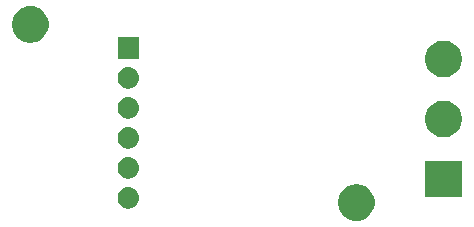
<source format=gbr>
G04 #@! TF.GenerationSoftware,KiCad,Pcbnew,(5.1.0)-1*
G04 #@! TF.CreationDate,2019-12-29T23:08:54+00:00*
G04 #@! TF.ProjectId,WebastoWBUSInterface,57656261-7374-46f5-9742-5553496e7465,rev?*
G04 #@! TF.SameCoordinates,Original*
G04 #@! TF.FileFunction,Soldermask,Bot*
G04 #@! TF.FilePolarity,Negative*
%FSLAX46Y46*%
G04 Gerber Fmt 4.6, Leading zero omitted, Abs format (unit mm)*
G04 Created by KiCad (PCBNEW (5.1.0)-1) date 2019-12-29 23:08:54*
%MOMM*%
%LPD*%
G04 APERTURE LIST*
%ADD10C,0.100000*%
G04 APERTURE END LIST*
D10*
G36*
X95102585Y-97978802D02*
G01*
X95252410Y-98008604D01*
X95534674Y-98125521D01*
X95788705Y-98295259D01*
X96004741Y-98511295D01*
X96174479Y-98765326D01*
X96291396Y-99047590D01*
X96351000Y-99347240D01*
X96351000Y-99652760D01*
X96291396Y-99952410D01*
X96174479Y-100234674D01*
X96004741Y-100488705D01*
X95788705Y-100704741D01*
X95534674Y-100874479D01*
X95252410Y-100991396D01*
X95102585Y-101021198D01*
X94952761Y-101051000D01*
X94647239Y-101051000D01*
X94497415Y-101021198D01*
X94347590Y-100991396D01*
X94065326Y-100874479D01*
X93811295Y-100704741D01*
X93595259Y-100488705D01*
X93425521Y-100234674D01*
X93308604Y-99952410D01*
X93249000Y-99652760D01*
X93249000Y-99347240D01*
X93308604Y-99047590D01*
X93425521Y-98765326D01*
X93595259Y-98511295D01*
X93811295Y-98295259D01*
X94065326Y-98125521D01*
X94347590Y-98008604D01*
X94497415Y-97978802D01*
X94647239Y-97949000D01*
X94952761Y-97949000D01*
X95102585Y-97978802D01*
X95102585Y-97978802D01*
G37*
G36*
X75610443Y-98205519D02*
G01*
X75676627Y-98212037D01*
X75846466Y-98263557D01*
X76002991Y-98347222D01*
X76038729Y-98376552D01*
X76140186Y-98459814D01*
X76223448Y-98561271D01*
X76252778Y-98597009D01*
X76336443Y-98753534D01*
X76387963Y-98923373D01*
X76405359Y-99100000D01*
X76387963Y-99276627D01*
X76336443Y-99446466D01*
X76252778Y-99602991D01*
X76223448Y-99638729D01*
X76140186Y-99740186D01*
X76038729Y-99823448D01*
X76002991Y-99852778D01*
X75846466Y-99936443D01*
X75676627Y-99987963D01*
X75610442Y-99994482D01*
X75544260Y-100001000D01*
X75455740Y-100001000D01*
X75389558Y-99994482D01*
X75323373Y-99987963D01*
X75153534Y-99936443D01*
X74997009Y-99852778D01*
X74961271Y-99823448D01*
X74859814Y-99740186D01*
X74776552Y-99638729D01*
X74747222Y-99602991D01*
X74663557Y-99446466D01*
X74612037Y-99276627D01*
X74594641Y-99100000D01*
X74612037Y-98923373D01*
X74663557Y-98753534D01*
X74747222Y-98597009D01*
X74776552Y-98561271D01*
X74859814Y-98459814D01*
X74961271Y-98376552D01*
X74997009Y-98347222D01*
X75153534Y-98263557D01*
X75323373Y-98212037D01*
X75389557Y-98205519D01*
X75455740Y-98199000D01*
X75544260Y-98199000D01*
X75610443Y-98205519D01*
X75610443Y-98205519D01*
G37*
G36*
X103751000Y-99051000D02*
G01*
X100649000Y-99051000D01*
X100649000Y-95949000D01*
X103751000Y-95949000D01*
X103751000Y-99051000D01*
X103751000Y-99051000D01*
G37*
G36*
X75610442Y-95665518D02*
G01*
X75676627Y-95672037D01*
X75846466Y-95723557D01*
X76002991Y-95807222D01*
X76038729Y-95836552D01*
X76140186Y-95919814D01*
X76223448Y-96021271D01*
X76252778Y-96057009D01*
X76336443Y-96213534D01*
X76387963Y-96383373D01*
X76405359Y-96560000D01*
X76387963Y-96736627D01*
X76336443Y-96906466D01*
X76252778Y-97062991D01*
X76223448Y-97098729D01*
X76140186Y-97200186D01*
X76038729Y-97283448D01*
X76002991Y-97312778D01*
X75846466Y-97396443D01*
X75676627Y-97447963D01*
X75610443Y-97454481D01*
X75544260Y-97461000D01*
X75455740Y-97461000D01*
X75389557Y-97454481D01*
X75323373Y-97447963D01*
X75153534Y-97396443D01*
X74997009Y-97312778D01*
X74961271Y-97283448D01*
X74859814Y-97200186D01*
X74776552Y-97098729D01*
X74747222Y-97062991D01*
X74663557Y-96906466D01*
X74612037Y-96736627D01*
X74594641Y-96560000D01*
X74612037Y-96383373D01*
X74663557Y-96213534D01*
X74747222Y-96057009D01*
X74776552Y-96021271D01*
X74859814Y-95919814D01*
X74961271Y-95836552D01*
X74997009Y-95807222D01*
X75153534Y-95723557D01*
X75323373Y-95672037D01*
X75389558Y-95665518D01*
X75455740Y-95659000D01*
X75544260Y-95659000D01*
X75610442Y-95665518D01*
X75610442Y-95665518D01*
G37*
G36*
X75610443Y-93125519D02*
G01*
X75676627Y-93132037D01*
X75846466Y-93183557D01*
X76002991Y-93267222D01*
X76038729Y-93296552D01*
X76140186Y-93379814D01*
X76223448Y-93481271D01*
X76252778Y-93517009D01*
X76336443Y-93673534D01*
X76387963Y-93843373D01*
X76405359Y-94020000D01*
X76387963Y-94196627D01*
X76336443Y-94366466D01*
X76252778Y-94522991D01*
X76223448Y-94558729D01*
X76140186Y-94660186D01*
X76038729Y-94743448D01*
X76002991Y-94772778D01*
X75846466Y-94856443D01*
X75676627Y-94907963D01*
X75610443Y-94914481D01*
X75544260Y-94921000D01*
X75455740Y-94921000D01*
X75389557Y-94914481D01*
X75323373Y-94907963D01*
X75153534Y-94856443D01*
X74997009Y-94772778D01*
X74961271Y-94743448D01*
X74859814Y-94660186D01*
X74776552Y-94558729D01*
X74747222Y-94522991D01*
X74663557Y-94366466D01*
X74612037Y-94196627D01*
X74594641Y-94020000D01*
X74612037Y-93843373D01*
X74663557Y-93673534D01*
X74747222Y-93517009D01*
X74776552Y-93481271D01*
X74859814Y-93379814D01*
X74961271Y-93296552D01*
X74997009Y-93267222D01*
X75153534Y-93183557D01*
X75323373Y-93132037D01*
X75389557Y-93125519D01*
X75455740Y-93119000D01*
X75544260Y-93119000D01*
X75610443Y-93125519D01*
X75610443Y-93125519D01*
G37*
G36*
X102502585Y-90898802D02*
G01*
X102652410Y-90928604D01*
X102934674Y-91045521D01*
X103188705Y-91215259D01*
X103404741Y-91431295D01*
X103574479Y-91685326D01*
X103691396Y-91967590D01*
X103751000Y-92267240D01*
X103751000Y-92572760D01*
X103691396Y-92872410D01*
X103574479Y-93154674D01*
X103404741Y-93408705D01*
X103188705Y-93624741D01*
X102934674Y-93794479D01*
X102652410Y-93911396D01*
X102502585Y-93941198D01*
X102352761Y-93971000D01*
X102047239Y-93971000D01*
X101897415Y-93941198D01*
X101747590Y-93911396D01*
X101465326Y-93794479D01*
X101211295Y-93624741D01*
X100995259Y-93408705D01*
X100825521Y-93154674D01*
X100708604Y-92872410D01*
X100649000Y-92572760D01*
X100649000Y-92267240D01*
X100708604Y-91967590D01*
X100825521Y-91685326D01*
X100995259Y-91431295D01*
X101211295Y-91215259D01*
X101465326Y-91045521D01*
X101747590Y-90928604D01*
X101897415Y-90898802D01*
X102047239Y-90869000D01*
X102352761Y-90869000D01*
X102502585Y-90898802D01*
X102502585Y-90898802D01*
G37*
G36*
X75610442Y-90585518D02*
G01*
X75676627Y-90592037D01*
X75846466Y-90643557D01*
X76002991Y-90727222D01*
X76038729Y-90756552D01*
X76140186Y-90839814D01*
X76213053Y-90928604D01*
X76252778Y-90977009D01*
X76336443Y-91133534D01*
X76387963Y-91303373D01*
X76405359Y-91480000D01*
X76387963Y-91656627D01*
X76336443Y-91826466D01*
X76252778Y-91982991D01*
X76223448Y-92018729D01*
X76140186Y-92120186D01*
X76038729Y-92203448D01*
X76002991Y-92232778D01*
X75846466Y-92316443D01*
X75676627Y-92367963D01*
X75610442Y-92374482D01*
X75544260Y-92381000D01*
X75455740Y-92381000D01*
X75389558Y-92374482D01*
X75323373Y-92367963D01*
X75153534Y-92316443D01*
X74997009Y-92232778D01*
X74961271Y-92203448D01*
X74859814Y-92120186D01*
X74776552Y-92018729D01*
X74747222Y-91982991D01*
X74663557Y-91826466D01*
X74612037Y-91656627D01*
X74594641Y-91480000D01*
X74612037Y-91303373D01*
X74663557Y-91133534D01*
X74747222Y-90977009D01*
X74786947Y-90928604D01*
X74859814Y-90839814D01*
X74961271Y-90756552D01*
X74997009Y-90727222D01*
X75153534Y-90643557D01*
X75323373Y-90592037D01*
X75389558Y-90585518D01*
X75455740Y-90579000D01*
X75544260Y-90579000D01*
X75610442Y-90585518D01*
X75610442Y-90585518D01*
G37*
G36*
X75610443Y-88045519D02*
G01*
X75676627Y-88052037D01*
X75846466Y-88103557D01*
X76002991Y-88187222D01*
X76038729Y-88216552D01*
X76140186Y-88299814D01*
X76223448Y-88401271D01*
X76252778Y-88437009D01*
X76336443Y-88593534D01*
X76387963Y-88763373D01*
X76405359Y-88940000D01*
X76387963Y-89116627D01*
X76336443Y-89286466D01*
X76252778Y-89442991D01*
X76223448Y-89478729D01*
X76140186Y-89580186D01*
X76038729Y-89663448D01*
X76002991Y-89692778D01*
X75846466Y-89776443D01*
X75676627Y-89827963D01*
X75610443Y-89834481D01*
X75544260Y-89841000D01*
X75455740Y-89841000D01*
X75389557Y-89834481D01*
X75323373Y-89827963D01*
X75153534Y-89776443D01*
X74997009Y-89692778D01*
X74961271Y-89663448D01*
X74859814Y-89580186D01*
X74776552Y-89478729D01*
X74747222Y-89442991D01*
X74663557Y-89286466D01*
X74612037Y-89116627D01*
X74594641Y-88940000D01*
X74612037Y-88763373D01*
X74663557Y-88593534D01*
X74747222Y-88437009D01*
X74776552Y-88401271D01*
X74859814Y-88299814D01*
X74961271Y-88216552D01*
X74997009Y-88187222D01*
X75153534Y-88103557D01*
X75323373Y-88052037D01*
X75389557Y-88045519D01*
X75455740Y-88039000D01*
X75544260Y-88039000D01*
X75610443Y-88045519D01*
X75610443Y-88045519D01*
G37*
G36*
X102502585Y-85818802D02*
G01*
X102652410Y-85848604D01*
X102934674Y-85965521D01*
X103188705Y-86135259D01*
X103404741Y-86351295D01*
X103574479Y-86605326D01*
X103691396Y-86887590D01*
X103751000Y-87187240D01*
X103751000Y-87492760D01*
X103691396Y-87792410D01*
X103574479Y-88074674D01*
X103404741Y-88328705D01*
X103188705Y-88544741D01*
X102934674Y-88714479D01*
X102652410Y-88831396D01*
X102502585Y-88861198D01*
X102352761Y-88891000D01*
X102047239Y-88891000D01*
X101897415Y-88861198D01*
X101747590Y-88831396D01*
X101465326Y-88714479D01*
X101211295Y-88544741D01*
X100995259Y-88328705D01*
X100825521Y-88074674D01*
X100708604Y-87792410D01*
X100649000Y-87492760D01*
X100649000Y-87187240D01*
X100708604Y-86887590D01*
X100825521Y-86605326D01*
X100995259Y-86351295D01*
X101211295Y-86135259D01*
X101465326Y-85965521D01*
X101747590Y-85848604D01*
X101897415Y-85818802D01*
X102047239Y-85789000D01*
X102352761Y-85789000D01*
X102502585Y-85818802D01*
X102502585Y-85818802D01*
G37*
G36*
X76401000Y-87301000D02*
G01*
X74599000Y-87301000D01*
X74599000Y-85499000D01*
X76401000Y-85499000D01*
X76401000Y-87301000D01*
X76401000Y-87301000D01*
G37*
G36*
X67502585Y-82878802D02*
G01*
X67652410Y-82908604D01*
X67934674Y-83025521D01*
X68188705Y-83195259D01*
X68404741Y-83411295D01*
X68574479Y-83665326D01*
X68691396Y-83947590D01*
X68751000Y-84247240D01*
X68751000Y-84552760D01*
X68691396Y-84852410D01*
X68574479Y-85134674D01*
X68404741Y-85388705D01*
X68188705Y-85604741D01*
X67934674Y-85774479D01*
X67652410Y-85891396D01*
X67502585Y-85921198D01*
X67352761Y-85951000D01*
X67047239Y-85951000D01*
X66897415Y-85921198D01*
X66747590Y-85891396D01*
X66465326Y-85774479D01*
X66211295Y-85604741D01*
X65995259Y-85388705D01*
X65825521Y-85134674D01*
X65708604Y-84852410D01*
X65649000Y-84552760D01*
X65649000Y-84247240D01*
X65708604Y-83947590D01*
X65825521Y-83665326D01*
X65995259Y-83411295D01*
X66211295Y-83195259D01*
X66465326Y-83025521D01*
X66747590Y-82908604D01*
X66897415Y-82878802D01*
X67047239Y-82849000D01*
X67352761Y-82849000D01*
X67502585Y-82878802D01*
X67502585Y-82878802D01*
G37*
M02*

</source>
